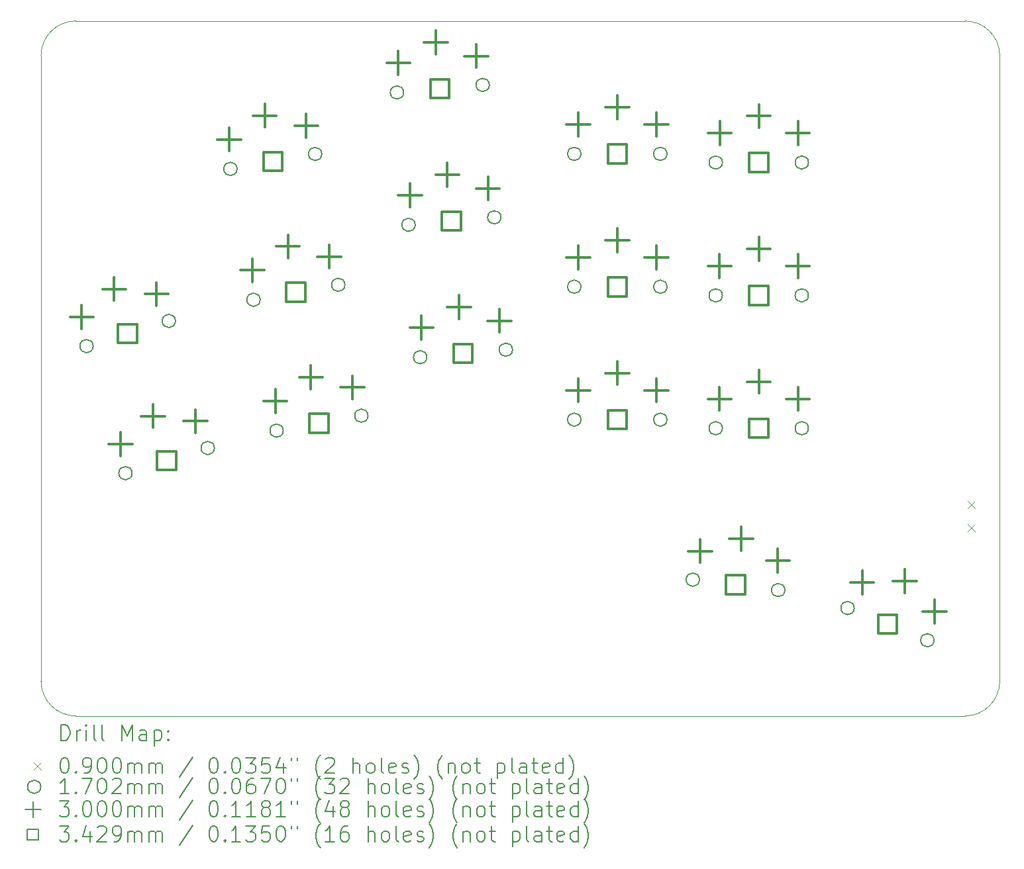
<source format=gbr>
%FSLAX45Y45*%
G04 Gerber Fmt 4.5, Leading zero omitted, Abs format (unit mm)*
G04 Created by KiCad (PCBNEW (6.0.4)) date 2022-06-17 23:19:35*
%MOMM*%
%LPD*%
G01*
G04 APERTURE LIST*
%TA.AperFunction,Profile*%
%ADD10C,0.050000*%
%TD*%
%ADD11C,0.200000*%
%ADD12C,0.090000*%
%ADD13C,0.170180*%
%ADD14C,0.300000*%
%ADD15C,0.342900*%
G04 APERTURE END LIST*
D10*
X16431618Y3825490D02*
X16431979Y11826325D01*
X4176475Y3825325D02*
G75*
G03*
X4620979Y3380825I444505J5D01*
G01*
X16431975Y11826325D02*
G75*
G03*
X15987479Y12270825I-444495J5D01*
G01*
X4620979Y3380825D02*
X15987118Y3380990D01*
X4176115Y11826612D02*
X4176479Y3825325D01*
X15987479Y12270825D02*
X4620615Y12271112D01*
X4620615Y12271112D02*
G75*
G03*
X4176115Y11826612I0J-444500D01*
G01*
X15987118Y3380991D02*
G75*
G03*
X16431618Y3825490I2J444499D01*
G01*
D11*
D12*
X16022979Y6130225D02*
X16112979Y6040225D01*
X16112979Y6130225D02*
X16022979Y6040225D01*
X16022979Y5830225D02*
X16112979Y5740225D01*
X16112979Y5830225D02*
X16022979Y5740225D01*
D13*
X4843348Y8112192D02*
G75*
G03*
X4843348Y8112192I-85090J0D01*
G01*
X5340380Y6486474D02*
G75*
G03*
X5340380Y6486474I-85090J0D01*
G01*
X5895283Y8433801D02*
G75*
G03*
X5895283Y8433801I-85090J0D01*
G01*
X6392315Y6808083D02*
G75*
G03*
X6392315Y6808083I-85090J0D01*
G01*
X6682157Y10379000D02*
G75*
G03*
X6682157Y10379000I-85090J0D01*
G01*
X6977359Y8704827D02*
G75*
G03*
X6977359Y8704827I-85090J0D01*
G01*
X7272560Y7030654D02*
G75*
G03*
X7272560Y7030654I-85090J0D01*
G01*
X7765445Y10570013D02*
G75*
G03*
X7765445Y10570013I-85090J0D01*
G01*
X8060647Y8895840D02*
G75*
G03*
X8060647Y8895840I-85090J0D01*
G01*
X8355849Y7221667D02*
G75*
G03*
X8355849Y7221667I-85090J0D01*
G01*
X8811183Y11357012D02*
G75*
G03*
X8811183Y11357012I-85090J0D01*
G01*
X8959347Y9663481D02*
G75*
G03*
X8959347Y9663481I-85090J0D01*
G01*
X9107512Y7969950D02*
G75*
G03*
X9107512Y7969950I-85090J0D01*
G01*
X9906997Y11452883D02*
G75*
G03*
X9906997Y11452883I-85090J0D01*
G01*
X10055161Y9759352D02*
G75*
G03*
X10055161Y9759352I-85090J0D01*
G01*
X10203326Y8065821D02*
G75*
G03*
X10203326Y8065821I-85090J0D01*
G01*
X11077569Y10571225D02*
G75*
G03*
X11077569Y10571225I-85090J0D01*
G01*
X11077569Y8871225D02*
G75*
G03*
X11077569Y8871225I-85090J0D01*
G01*
X11077569Y7171225D02*
G75*
G03*
X11077569Y7171225I-85090J0D01*
G01*
X12177569Y10571225D02*
G75*
G03*
X12177569Y10571225I-85090J0D01*
G01*
X12177569Y8871225D02*
G75*
G03*
X12177569Y8871225I-85090J0D01*
G01*
X12177569Y7171225D02*
G75*
G03*
X12177569Y7171225I-85090J0D01*
G01*
X12592537Y5124699D02*
G75*
G03*
X12592537Y5124699I-85090J0D01*
G01*
X12885669Y8761149D02*
G75*
G03*
X12885669Y8761149I-85090J0D01*
G01*
X12885669Y7061149D02*
G75*
G03*
X12885669Y7061149I-85090J0D01*
G01*
X12886413Y10460899D02*
G75*
G03*
X12886413Y10460899I-85090J0D01*
G01*
X13684338Y4990643D02*
G75*
G03*
X13684338Y4990643I-85090J0D01*
G01*
X13985669Y8761149D02*
G75*
G03*
X13985669Y8761149I-85090J0D01*
G01*
X13985669Y7061149D02*
G75*
G03*
X13985669Y7061149I-85090J0D01*
G01*
X13986413Y10460899D02*
G75*
G03*
X13986413Y10460899I-85090J0D01*
G01*
X14571070Y4761318D02*
G75*
G03*
X14571070Y4761318I-85090J0D01*
G01*
X15590972Y4349251D02*
G75*
G03*
X15590972Y4349251I-85090J0D01*
G01*
D14*
X4696434Y8635425D02*
X4696434Y8335425D01*
X4546434Y8485425D02*
X4846434Y8485425D01*
X5110265Y8991998D02*
X5110265Y8691998D01*
X4960265Y8841998D02*
X5260265Y8841998D01*
X5193466Y7009706D02*
X5193466Y6709706D01*
X5043466Y6859706D02*
X5343466Y6859706D01*
X5607297Y7366279D02*
X5607297Y7066279D01*
X5457297Y7216279D02*
X5757297Y7216279D01*
X5652739Y8927796D02*
X5652739Y8627796D01*
X5502739Y8777796D02*
X5802739Y8777796D01*
X6149771Y7302078D02*
X6149771Y7002078D01*
X5999771Y7152078D02*
X6299771Y7152078D01*
X6581189Y10906985D02*
X6581189Y10606985D01*
X6431189Y10756985D02*
X6731189Y10756985D01*
X6876391Y9232812D02*
X6876391Y8932812D01*
X6726391Y9082812D02*
X7026391Y9082812D01*
X7035390Y11210467D02*
X7035390Y10910467D01*
X6885390Y11060467D02*
X7185390Y11060467D01*
X7171593Y7558639D02*
X7171593Y7258639D01*
X7021593Y7408639D02*
X7321593Y7408639D01*
X7330592Y9536294D02*
X7330592Y9236294D01*
X7180592Y9386294D02*
X7480592Y9386294D01*
X7565997Y11080634D02*
X7565997Y10780634D01*
X7415997Y10930634D02*
X7715997Y10930634D01*
X7625794Y7862121D02*
X7625794Y7562121D01*
X7475794Y7712121D02*
X7775794Y7712121D01*
X7861199Y9406460D02*
X7861199Y9106460D01*
X7711199Y9256460D02*
X8011199Y9256460D01*
X8156401Y7732287D02*
X8156401Y7432287D01*
X8006401Y7582287D02*
X8306401Y7582287D01*
X8743219Y11884943D02*
X8743219Y11584943D01*
X8593219Y11734943D02*
X8893219Y11734943D01*
X8891384Y10191412D02*
X8891384Y9891412D01*
X8741384Y10041412D02*
X9041384Y10041412D01*
X9039548Y8497881D02*
X9039548Y8197881D01*
X8889548Y8347881D02*
X9189548Y8347881D01*
X9222142Y12147683D02*
X9222142Y11847683D01*
X9072142Y11997683D02*
X9372142Y11997683D01*
X9370307Y10454153D02*
X9370307Y10154153D01*
X9220307Y10304153D02*
X9520307Y10304153D01*
X9518471Y8760622D02*
X9518471Y8460622D01*
X9368471Y8610622D02*
X9668471Y8610622D01*
X9739414Y11972098D02*
X9739414Y11672098D01*
X9589414Y11822098D02*
X9889414Y11822098D01*
X9887578Y10278568D02*
X9887578Y9978568D01*
X9737578Y10128568D02*
X10037578Y10128568D01*
X10035743Y8585037D02*
X10035743Y8285036D01*
X9885743Y8435037D02*
X10185743Y8435037D01*
X11042479Y11096225D02*
X11042479Y10796225D01*
X10892479Y10946225D02*
X11192479Y10946225D01*
X11042479Y9396225D02*
X11042479Y9096225D01*
X10892479Y9246225D02*
X11192479Y9246225D01*
X11042479Y7696225D02*
X11042479Y7396225D01*
X10892479Y7546225D02*
X11192479Y7546225D01*
X11542479Y11316225D02*
X11542479Y11016225D01*
X11392479Y11166225D02*
X11692479Y11166225D01*
X11542479Y9616225D02*
X11542479Y9316225D01*
X11392479Y9466225D02*
X11692479Y9466225D01*
X11542479Y7916225D02*
X11542479Y7616225D01*
X11392479Y7766225D02*
X11692479Y7766225D01*
X12042479Y11096225D02*
X12042479Y10796225D01*
X11892479Y10946225D02*
X12192479Y10946225D01*
X12042479Y9396225D02*
X12042479Y9096225D01*
X11892479Y9246225D02*
X12192479Y9246225D01*
X12042479Y7696225D02*
X12042479Y7396225D01*
X11892479Y7546225D02*
X12192479Y7546225D01*
X12602776Y5640810D02*
X12602776Y5340810D01*
X12452776Y5490810D02*
X12752776Y5490810D01*
X12850579Y9286149D02*
X12850579Y8986149D01*
X12700579Y9136149D02*
X13000579Y9136149D01*
X12850579Y7586149D02*
X12850579Y7286149D01*
X12700579Y7436149D02*
X13000579Y7436149D01*
X12851323Y10985899D02*
X12851323Y10685899D01*
X12701323Y10835899D02*
X13001323Y10835899D01*
X13125860Y5798236D02*
X13125860Y5498236D01*
X12975860Y5648236D02*
X13275860Y5648236D01*
X13350579Y9506149D02*
X13350579Y9206149D01*
X13200579Y9356149D02*
X13500579Y9356149D01*
X13350579Y7806149D02*
X13350579Y7506149D01*
X13200579Y7656149D02*
X13500579Y7656149D01*
X13351323Y11205899D02*
X13351323Y10905899D01*
X13201323Y11055899D02*
X13501323Y11055899D01*
X13595322Y5518941D02*
X13595322Y5218941D01*
X13445322Y5368941D02*
X13745322Y5368941D01*
X13850579Y9286149D02*
X13850579Y8986149D01*
X13700579Y9136149D02*
X14000579Y9136149D01*
X13850579Y7586149D02*
X13850579Y7286149D01*
X13700579Y7436149D02*
X14000579Y7436149D01*
X13851323Y10985899D02*
X13851323Y10685899D01*
X13701323Y10835899D02*
X14001323Y10835899D01*
X14672817Y5240282D02*
X14672817Y4940282D01*
X14522817Y5090282D02*
X14822817Y5090282D01*
X15218822Y5256959D02*
X15218822Y4956959D01*
X15068822Y5106959D02*
X15368822Y5106959D01*
X15600001Y4865675D02*
X15600001Y4565675D01*
X15450001Y4715675D02*
X15750001Y4715675D01*
D15*
X5405461Y8151762D02*
X5405461Y8394231D01*
X5162991Y8394231D01*
X5162991Y8151762D01*
X5405461Y8151762D01*
X5902492Y6526044D02*
X5902492Y6768513D01*
X5660023Y6768513D01*
X5660023Y6526044D01*
X5902492Y6526044D01*
X7259946Y10353272D02*
X7259946Y10595741D01*
X7017476Y10595741D01*
X7017476Y10353272D01*
X7259946Y10353272D01*
X7555147Y8679099D02*
X7555147Y8921568D01*
X7312678Y8921568D01*
X7312678Y8679099D01*
X7555147Y8679099D01*
X7850349Y7004926D02*
X7850349Y7247395D01*
X7607880Y7247395D01*
X7607880Y7004926D01*
X7850349Y7004926D01*
X9395234Y11283713D02*
X9395234Y11526182D01*
X9152765Y11526182D01*
X9152765Y11283713D01*
X9395234Y11283713D01*
X9543399Y9590182D02*
X9543399Y9832651D01*
X9300930Y9832651D01*
X9300930Y9590182D01*
X9543399Y9590182D01*
X9691564Y7896651D02*
X9691564Y8139120D01*
X9449095Y8139120D01*
X9449095Y7896651D01*
X9691564Y7896651D01*
X11663714Y10449991D02*
X11663714Y10692460D01*
X11421244Y10692460D01*
X11421244Y10449991D01*
X11663714Y10449991D01*
X11663714Y8749991D02*
X11663714Y8992460D01*
X11421244Y8992460D01*
X11421244Y8749991D01*
X11663714Y8749991D01*
X11663714Y7049991D02*
X11663714Y7292460D01*
X11421244Y7292460D01*
X11421244Y7049991D01*
X11663714Y7049991D01*
X13174582Y4936436D02*
X13174582Y5178906D01*
X12932113Y5178906D01*
X12932113Y4936436D01*
X13174582Y4936436D01*
X13471814Y8639915D02*
X13471814Y8882384D01*
X13229344Y8882384D01*
X13229344Y8639915D01*
X13471814Y8639915D01*
X13471814Y6939914D02*
X13471814Y7182384D01*
X13229344Y7182384D01*
X13229344Y6939914D01*
X13471814Y6939914D01*
X13472557Y10339664D02*
X13472557Y10582133D01*
X13230088Y10582133D01*
X13230088Y10339664D01*
X13472557Y10339664D01*
X15117166Y4434050D02*
X15117166Y4676519D01*
X14874697Y4676519D01*
X14874697Y4434050D01*
X15117166Y4434050D01*
D11*
X4431234Y3067849D02*
X4431234Y3267849D01*
X4478853Y3267849D01*
X4507424Y3258325D01*
X4526472Y3239278D01*
X4535996Y3220230D01*
X4545520Y3182135D01*
X4545520Y3153563D01*
X4535996Y3115468D01*
X4526472Y3096421D01*
X4507424Y3077373D01*
X4478853Y3067849D01*
X4431234Y3067849D01*
X4631234Y3067849D02*
X4631234Y3201182D01*
X4631234Y3163087D02*
X4640758Y3182135D01*
X4650282Y3191659D01*
X4669329Y3201182D01*
X4688377Y3201182D01*
X4755043Y3067849D02*
X4755043Y3201182D01*
X4755043Y3267849D02*
X4745520Y3258325D01*
X4755043Y3248801D01*
X4764567Y3258325D01*
X4755043Y3267849D01*
X4755043Y3248801D01*
X4878853Y3067849D02*
X4859805Y3077373D01*
X4850282Y3096421D01*
X4850282Y3267849D01*
X4983615Y3067849D02*
X4964567Y3077373D01*
X4955043Y3096421D01*
X4955043Y3267849D01*
X5212186Y3067849D02*
X5212186Y3267849D01*
X5278853Y3124992D01*
X5345520Y3267849D01*
X5345520Y3067849D01*
X5526472Y3067849D02*
X5526472Y3172611D01*
X5516948Y3191659D01*
X5497901Y3201182D01*
X5459805Y3201182D01*
X5440758Y3191659D01*
X5526472Y3077373D02*
X5507424Y3067849D01*
X5459805Y3067849D01*
X5440758Y3077373D01*
X5431234Y3096421D01*
X5431234Y3115468D01*
X5440758Y3134516D01*
X5459805Y3144040D01*
X5507424Y3144040D01*
X5526472Y3153563D01*
X5621710Y3201182D02*
X5621710Y3001182D01*
X5621710Y3191659D02*
X5640758Y3201182D01*
X5678853Y3201182D01*
X5697901Y3191659D01*
X5707424Y3182135D01*
X5716948Y3163087D01*
X5716948Y3105944D01*
X5707424Y3086897D01*
X5697901Y3077373D01*
X5678853Y3067849D01*
X5640758Y3067849D01*
X5621710Y3077373D01*
X5802662Y3086897D02*
X5812186Y3077373D01*
X5802662Y3067849D01*
X5793139Y3077373D01*
X5802662Y3086897D01*
X5802662Y3067849D01*
X5802662Y3191659D02*
X5812186Y3182135D01*
X5802662Y3172611D01*
X5793139Y3182135D01*
X5802662Y3191659D01*
X5802662Y3172611D01*
D12*
X4083615Y2783325D02*
X4173615Y2693325D01*
X4173615Y2783325D02*
X4083615Y2693325D01*
D11*
X4469329Y2847849D02*
X4488377Y2847849D01*
X4507424Y2838325D01*
X4516948Y2828801D01*
X4526472Y2809754D01*
X4535996Y2771659D01*
X4535996Y2724040D01*
X4526472Y2685944D01*
X4516948Y2666897D01*
X4507424Y2657373D01*
X4488377Y2647849D01*
X4469329Y2647849D01*
X4450282Y2657373D01*
X4440758Y2666897D01*
X4431234Y2685944D01*
X4421710Y2724040D01*
X4421710Y2771659D01*
X4431234Y2809754D01*
X4440758Y2828801D01*
X4450282Y2838325D01*
X4469329Y2847849D01*
X4621710Y2666897D02*
X4631234Y2657373D01*
X4621710Y2647849D01*
X4612186Y2657373D01*
X4621710Y2666897D01*
X4621710Y2647849D01*
X4726472Y2647849D02*
X4764567Y2647849D01*
X4783615Y2657373D01*
X4793139Y2666897D01*
X4812186Y2695468D01*
X4821710Y2733563D01*
X4821710Y2809754D01*
X4812186Y2828801D01*
X4802663Y2838325D01*
X4783615Y2847849D01*
X4745520Y2847849D01*
X4726472Y2838325D01*
X4716948Y2828801D01*
X4707424Y2809754D01*
X4707424Y2762135D01*
X4716948Y2743087D01*
X4726472Y2733563D01*
X4745520Y2724040D01*
X4783615Y2724040D01*
X4802663Y2733563D01*
X4812186Y2743087D01*
X4821710Y2762135D01*
X4945520Y2847849D02*
X4964567Y2847849D01*
X4983615Y2838325D01*
X4993139Y2828801D01*
X5002663Y2809754D01*
X5012186Y2771659D01*
X5012186Y2724040D01*
X5002663Y2685944D01*
X4993139Y2666897D01*
X4983615Y2657373D01*
X4964567Y2647849D01*
X4945520Y2647849D01*
X4926472Y2657373D01*
X4916948Y2666897D01*
X4907424Y2685944D01*
X4897901Y2724040D01*
X4897901Y2771659D01*
X4907424Y2809754D01*
X4916948Y2828801D01*
X4926472Y2838325D01*
X4945520Y2847849D01*
X5135996Y2847849D02*
X5155043Y2847849D01*
X5174091Y2838325D01*
X5183615Y2828801D01*
X5193139Y2809754D01*
X5202663Y2771659D01*
X5202663Y2724040D01*
X5193139Y2685944D01*
X5183615Y2666897D01*
X5174091Y2657373D01*
X5155043Y2647849D01*
X5135996Y2647849D01*
X5116948Y2657373D01*
X5107424Y2666897D01*
X5097901Y2685944D01*
X5088377Y2724040D01*
X5088377Y2771659D01*
X5097901Y2809754D01*
X5107424Y2828801D01*
X5116948Y2838325D01*
X5135996Y2847849D01*
X5288377Y2647849D02*
X5288377Y2781183D01*
X5288377Y2762135D02*
X5297901Y2771659D01*
X5316948Y2781183D01*
X5345520Y2781183D01*
X5364567Y2771659D01*
X5374091Y2752611D01*
X5374091Y2647849D01*
X5374091Y2752611D02*
X5383615Y2771659D01*
X5402663Y2781183D01*
X5431234Y2781183D01*
X5450282Y2771659D01*
X5459805Y2752611D01*
X5459805Y2647849D01*
X5555043Y2647849D02*
X5555043Y2781183D01*
X5555043Y2762135D02*
X5564567Y2771659D01*
X5583615Y2781183D01*
X5612186Y2781183D01*
X5631234Y2771659D01*
X5640758Y2752611D01*
X5640758Y2647849D01*
X5640758Y2752611D02*
X5650281Y2771659D01*
X5669329Y2781183D01*
X5697901Y2781183D01*
X5716948Y2771659D01*
X5726472Y2752611D01*
X5726472Y2647849D01*
X6116948Y2857373D02*
X5945520Y2600230D01*
X6374091Y2847849D02*
X6393139Y2847849D01*
X6412186Y2838325D01*
X6421710Y2828801D01*
X6431234Y2809754D01*
X6440758Y2771659D01*
X6440758Y2724040D01*
X6431234Y2685944D01*
X6421710Y2666897D01*
X6412186Y2657373D01*
X6393139Y2647849D01*
X6374091Y2647849D01*
X6355043Y2657373D01*
X6345520Y2666897D01*
X6335996Y2685944D01*
X6326472Y2724040D01*
X6326472Y2771659D01*
X6335996Y2809754D01*
X6345520Y2828801D01*
X6355043Y2838325D01*
X6374091Y2847849D01*
X6526472Y2666897D02*
X6535996Y2657373D01*
X6526472Y2647849D01*
X6516948Y2657373D01*
X6526472Y2666897D01*
X6526472Y2647849D01*
X6659805Y2847849D02*
X6678853Y2847849D01*
X6697901Y2838325D01*
X6707424Y2828801D01*
X6716948Y2809754D01*
X6726472Y2771659D01*
X6726472Y2724040D01*
X6716948Y2685944D01*
X6707424Y2666897D01*
X6697901Y2657373D01*
X6678853Y2647849D01*
X6659805Y2647849D01*
X6640758Y2657373D01*
X6631234Y2666897D01*
X6621710Y2685944D01*
X6612186Y2724040D01*
X6612186Y2771659D01*
X6621710Y2809754D01*
X6631234Y2828801D01*
X6640758Y2838325D01*
X6659805Y2847849D01*
X6793139Y2847849D02*
X6916948Y2847849D01*
X6850281Y2771659D01*
X6878853Y2771659D01*
X6897901Y2762135D01*
X6907424Y2752611D01*
X6916948Y2733563D01*
X6916948Y2685944D01*
X6907424Y2666897D01*
X6897901Y2657373D01*
X6878853Y2647849D01*
X6821710Y2647849D01*
X6802662Y2657373D01*
X6793139Y2666897D01*
X7097901Y2847849D02*
X7002662Y2847849D01*
X6993139Y2752611D01*
X7002662Y2762135D01*
X7021710Y2771659D01*
X7069329Y2771659D01*
X7088377Y2762135D01*
X7097901Y2752611D01*
X7107424Y2733563D01*
X7107424Y2685944D01*
X7097901Y2666897D01*
X7088377Y2657373D01*
X7069329Y2647849D01*
X7021710Y2647849D01*
X7002662Y2657373D01*
X6993139Y2666897D01*
X7278853Y2781183D02*
X7278853Y2647849D01*
X7231234Y2857373D02*
X7183615Y2714516D01*
X7307424Y2714516D01*
X7374091Y2847849D02*
X7374091Y2809754D01*
X7450281Y2847849D02*
X7450281Y2809754D01*
X7745520Y2571659D02*
X7735996Y2581183D01*
X7716948Y2609754D01*
X7707424Y2628802D01*
X7697901Y2657373D01*
X7688377Y2704992D01*
X7688377Y2743087D01*
X7697901Y2790706D01*
X7707424Y2819278D01*
X7716948Y2838325D01*
X7735996Y2866897D01*
X7745520Y2876421D01*
X7812186Y2828801D02*
X7821710Y2838325D01*
X7840758Y2847849D01*
X7888377Y2847849D01*
X7907424Y2838325D01*
X7916948Y2828801D01*
X7926472Y2809754D01*
X7926472Y2790706D01*
X7916948Y2762135D01*
X7802662Y2647849D01*
X7926472Y2647849D01*
X8164567Y2647849D02*
X8164567Y2847849D01*
X8250281Y2647849D02*
X8250281Y2752611D01*
X8240758Y2771659D01*
X8221710Y2781183D01*
X8193139Y2781183D01*
X8174091Y2771659D01*
X8164567Y2762135D01*
X8374091Y2647849D02*
X8355043Y2657373D01*
X8345520Y2666897D01*
X8335996Y2685944D01*
X8335996Y2743087D01*
X8345520Y2762135D01*
X8355043Y2771659D01*
X8374091Y2781183D01*
X8402663Y2781183D01*
X8421710Y2771659D01*
X8431234Y2762135D01*
X8440758Y2743087D01*
X8440758Y2685944D01*
X8431234Y2666897D01*
X8421710Y2657373D01*
X8402663Y2647849D01*
X8374091Y2647849D01*
X8555043Y2647849D02*
X8535996Y2657373D01*
X8526472Y2676421D01*
X8526472Y2847849D01*
X8707424Y2657373D02*
X8688377Y2647849D01*
X8650282Y2647849D01*
X8631234Y2657373D01*
X8621710Y2676421D01*
X8621710Y2752611D01*
X8631234Y2771659D01*
X8650282Y2781183D01*
X8688377Y2781183D01*
X8707424Y2771659D01*
X8716948Y2752611D01*
X8716948Y2733563D01*
X8621710Y2714516D01*
X8793139Y2657373D02*
X8812186Y2647849D01*
X8850282Y2647849D01*
X8869329Y2657373D01*
X8878853Y2676421D01*
X8878853Y2685944D01*
X8869329Y2704992D01*
X8850282Y2714516D01*
X8821710Y2714516D01*
X8802663Y2724040D01*
X8793139Y2743087D01*
X8793139Y2752611D01*
X8802663Y2771659D01*
X8821710Y2781183D01*
X8850282Y2781183D01*
X8869329Y2771659D01*
X8945520Y2571659D02*
X8955043Y2581183D01*
X8974091Y2609754D01*
X8983615Y2628802D01*
X8993139Y2657373D01*
X9002663Y2704992D01*
X9002663Y2743087D01*
X8993139Y2790706D01*
X8983615Y2819278D01*
X8974091Y2838325D01*
X8955043Y2866897D01*
X8945520Y2876421D01*
X9307424Y2571659D02*
X9297901Y2581183D01*
X9278853Y2609754D01*
X9269329Y2628802D01*
X9259805Y2657373D01*
X9250282Y2704992D01*
X9250282Y2743087D01*
X9259805Y2790706D01*
X9269329Y2819278D01*
X9278853Y2838325D01*
X9297901Y2866897D01*
X9307424Y2876421D01*
X9383615Y2781183D02*
X9383615Y2647849D01*
X9383615Y2762135D02*
X9393139Y2771659D01*
X9412186Y2781183D01*
X9440758Y2781183D01*
X9459805Y2771659D01*
X9469329Y2752611D01*
X9469329Y2647849D01*
X9593139Y2647849D02*
X9574091Y2657373D01*
X9564567Y2666897D01*
X9555043Y2685944D01*
X9555043Y2743087D01*
X9564567Y2762135D01*
X9574091Y2771659D01*
X9593139Y2781183D01*
X9621710Y2781183D01*
X9640758Y2771659D01*
X9650282Y2762135D01*
X9659805Y2743087D01*
X9659805Y2685944D01*
X9650282Y2666897D01*
X9640758Y2657373D01*
X9621710Y2647849D01*
X9593139Y2647849D01*
X9716948Y2781183D02*
X9793139Y2781183D01*
X9745520Y2847849D02*
X9745520Y2676421D01*
X9755043Y2657373D01*
X9774091Y2647849D01*
X9793139Y2647849D01*
X10012186Y2781183D02*
X10012186Y2581183D01*
X10012186Y2771659D02*
X10031234Y2781183D01*
X10069329Y2781183D01*
X10088377Y2771659D01*
X10097901Y2762135D01*
X10107424Y2743087D01*
X10107424Y2685944D01*
X10097901Y2666897D01*
X10088377Y2657373D01*
X10069329Y2647849D01*
X10031234Y2647849D01*
X10012186Y2657373D01*
X10221710Y2647849D02*
X10202663Y2657373D01*
X10193139Y2676421D01*
X10193139Y2847849D01*
X10383615Y2647849D02*
X10383615Y2752611D01*
X10374091Y2771659D01*
X10355043Y2781183D01*
X10316948Y2781183D01*
X10297901Y2771659D01*
X10383615Y2657373D02*
X10364567Y2647849D01*
X10316948Y2647849D01*
X10297901Y2657373D01*
X10288377Y2676421D01*
X10288377Y2695468D01*
X10297901Y2714516D01*
X10316948Y2724040D01*
X10364567Y2724040D01*
X10383615Y2733563D01*
X10450282Y2781183D02*
X10526472Y2781183D01*
X10478853Y2847849D02*
X10478853Y2676421D01*
X10488377Y2657373D01*
X10507424Y2647849D01*
X10526472Y2647849D01*
X10669329Y2657373D02*
X10650282Y2647849D01*
X10612186Y2647849D01*
X10593139Y2657373D01*
X10583615Y2676421D01*
X10583615Y2752611D01*
X10593139Y2771659D01*
X10612186Y2781183D01*
X10650282Y2781183D01*
X10669329Y2771659D01*
X10678853Y2752611D01*
X10678853Y2733563D01*
X10583615Y2714516D01*
X10850282Y2647849D02*
X10850282Y2847849D01*
X10850282Y2657373D02*
X10831234Y2647849D01*
X10793139Y2647849D01*
X10774091Y2657373D01*
X10764567Y2666897D01*
X10755043Y2685944D01*
X10755043Y2743087D01*
X10764567Y2762135D01*
X10774091Y2771659D01*
X10793139Y2781183D01*
X10831234Y2781183D01*
X10850282Y2771659D01*
X10926472Y2571659D02*
X10935996Y2581183D01*
X10955043Y2609754D01*
X10964567Y2628802D01*
X10974091Y2657373D01*
X10983615Y2704992D01*
X10983615Y2743087D01*
X10974091Y2790706D01*
X10964567Y2819278D01*
X10955043Y2838325D01*
X10935996Y2866897D01*
X10926472Y2876421D01*
D13*
X4173615Y2474325D02*
G75*
G03*
X4173615Y2474325I-85090J0D01*
G01*
D11*
X4535996Y2383849D02*
X4421710Y2383849D01*
X4478853Y2383849D02*
X4478853Y2583849D01*
X4459805Y2555278D01*
X4440758Y2536230D01*
X4421710Y2526706D01*
X4621710Y2402897D02*
X4631234Y2393373D01*
X4621710Y2383849D01*
X4612186Y2393373D01*
X4621710Y2402897D01*
X4621710Y2383849D01*
X4697901Y2583849D02*
X4831234Y2583849D01*
X4745520Y2383849D01*
X4945520Y2583849D02*
X4964567Y2583849D01*
X4983615Y2574325D01*
X4993139Y2564802D01*
X5002663Y2545754D01*
X5012186Y2507659D01*
X5012186Y2460040D01*
X5002663Y2421944D01*
X4993139Y2402897D01*
X4983615Y2393373D01*
X4964567Y2383849D01*
X4945520Y2383849D01*
X4926472Y2393373D01*
X4916948Y2402897D01*
X4907424Y2421944D01*
X4897901Y2460040D01*
X4897901Y2507659D01*
X4907424Y2545754D01*
X4916948Y2564802D01*
X4926472Y2574325D01*
X4945520Y2583849D01*
X5088377Y2564802D02*
X5097901Y2574325D01*
X5116948Y2583849D01*
X5164567Y2583849D01*
X5183615Y2574325D01*
X5193139Y2564802D01*
X5202663Y2545754D01*
X5202663Y2526706D01*
X5193139Y2498135D01*
X5078853Y2383849D01*
X5202663Y2383849D01*
X5288377Y2383849D02*
X5288377Y2517183D01*
X5288377Y2498135D02*
X5297901Y2507659D01*
X5316948Y2517183D01*
X5345520Y2517183D01*
X5364567Y2507659D01*
X5374091Y2488611D01*
X5374091Y2383849D01*
X5374091Y2488611D02*
X5383615Y2507659D01*
X5402663Y2517183D01*
X5431234Y2517183D01*
X5450282Y2507659D01*
X5459805Y2488611D01*
X5459805Y2383849D01*
X5555043Y2383849D02*
X5555043Y2517183D01*
X5555043Y2498135D02*
X5564567Y2507659D01*
X5583615Y2517183D01*
X5612186Y2517183D01*
X5631234Y2507659D01*
X5640758Y2488611D01*
X5640758Y2383849D01*
X5640758Y2488611D02*
X5650281Y2507659D01*
X5669329Y2517183D01*
X5697901Y2517183D01*
X5716948Y2507659D01*
X5726472Y2488611D01*
X5726472Y2383849D01*
X6116948Y2593373D02*
X5945520Y2336230D01*
X6374091Y2583849D02*
X6393139Y2583849D01*
X6412186Y2574325D01*
X6421710Y2564802D01*
X6431234Y2545754D01*
X6440758Y2507659D01*
X6440758Y2460040D01*
X6431234Y2421944D01*
X6421710Y2402897D01*
X6412186Y2393373D01*
X6393139Y2383849D01*
X6374091Y2383849D01*
X6355043Y2393373D01*
X6345520Y2402897D01*
X6335996Y2421944D01*
X6326472Y2460040D01*
X6326472Y2507659D01*
X6335996Y2545754D01*
X6345520Y2564802D01*
X6355043Y2574325D01*
X6374091Y2583849D01*
X6526472Y2402897D02*
X6535996Y2393373D01*
X6526472Y2383849D01*
X6516948Y2393373D01*
X6526472Y2402897D01*
X6526472Y2383849D01*
X6659805Y2583849D02*
X6678853Y2583849D01*
X6697901Y2574325D01*
X6707424Y2564802D01*
X6716948Y2545754D01*
X6726472Y2507659D01*
X6726472Y2460040D01*
X6716948Y2421944D01*
X6707424Y2402897D01*
X6697901Y2393373D01*
X6678853Y2383849D01*
X6659805Y2383849D01*
X6640758Y2393373D01*
X6631234Y2402897D01*
X6621710Y2421944D01*
X6612186Y2460040D01*
X6612186Y2507659D01*
X6621710Y2545754D01*
X6631234Y2564802D01*
X6640758Y2574325D01*
X6659805Y2583849D01*
X6897901Y2583849D02*
X6859805Y2583849D01*
X6840758Y2574325D01*
X6831234Y2564802D01*
X6812186Y2536230D01*
X6802662Y2498135D01*
X6802662Y2421944D01*
X6812186Y2402897D01*
X6821710Y2393373D01*
X6840758Y2383849D01*
X6878853Y2383849D01*
X6897901Y2393373D01*
X6907424Y2402897D01*
X6916948Y2421944D01*
X6916948Y2469563D01*
X6907424Y2488611D01*
X6897901Y2498135D01*
X6878853Y2507659D01*
X6840758Y2507659D01*
X6821710Y2498135D01*
X6812186Y2488611D01*
X6802662Y2469563D01*
X6983615Y2583849D02*
X7116948Y2583849D01*
X7031234Y2383849D01*
X7231234Y2583849D02*
X7250281Y2583849D01*
X7269329Y2574325D01*
X7278853Y2564802D01*
X7288377Y2545754D01*
X7297901Y2507659D01*
X7297901Y2460040D01*
X7288377Y2421944D01*
X7278853Y2402897D01*
X7269329Y2393373D01*
X7250281Y2383849D01*
X7231234Y2383849D01*
X7212186Y2393373D01*
X7202662Y2402897D01*
X7193139Y2421944D01*
X7183615Y2460040D01*
X7183615Y2507659D01*
X7193139Y2545754D01*
X7202662Y2564802D01*
X7212186Y2574325D01*
X7231234Y2583849D01*
X7374091Y2583849D02*
X7374091Y2545754D01*
X7450281Y2583849D02*
X7450281Y2545754D01*
X7745520Y2307659D02*
X7735996Y2317183D01*
X7716948Y2345754D01*
X7707424Y2364802D01*
X7697901Y2393373D01*
X7688377Y2440992D01*
X7688377Y2479087D01*
X7697901Y2526706D01*
X7707424Y2555278D01*
X7716948Y2574325D01*
X7735996Y2602897D01*
X7745520Y2612421D01*
X7802662Y2583849D02*
X7926472Y2583849D01*
X7859805Y2507659D01*
X7888377Y2507659D01*
X7907424Y2498135D01*
X7916948Y2488611D01*
X7926472Y2469563D01*
X7926472Y2421944D01*
X7916948Y2402897D01*
X7907424Y2393373D01*
X7888377Y2383849D01*
X7831234Y2383849D01*
X7812186Y2393373D01*
X7802662Y2402897D01*
X8002662Y2564802D02*
X8012186Y2574325D01*
X8031234Y2583849D01*
X8078853Y2583849D01*
X8097901Y2574325D01*
X8107424Y2564802D01*
X8116948Y2545754D01*
X8116948Y2526706D01*
X8107424Y2498135D01*
X7993139Y2383849D01*
X8116948Y2383849D01*
X8355043Y2383849D02*
X8355043Y2583849D01*
X8440758Y2383849D02*
X8440758Y2488611D01*
X8431234Y2507659D01*
X8412186Y2517183D01*
X8383615Y2517183D01*
X8364567Y2507659D01*
X8355043Y2498135D01*
X8564567Y2383849D02*
X8545520Y2393373D01*
X8535996Y2402897D01*
X8526472Y2421944D01*
X8526472Y2479087D01*
X8535996Y2498135D01*
X8545520Y2507659D01*
X8564567Y2517183D01*
X8593139Y2517183D01*
X8612186Y2507659D01*
X8621710Y2498135D01*
X8631234Y2479087D01*
X8631234Y2421944D01*
X8621710Y2402897D01*
X8612186Y2393373D01*
X8593139Y2383849D01*
X8564567Y2383849D01*
X8745520Y2383849D02*
X8726472Y2393373D01*
X8716948Y2412421D01*
X8716948Y2583849D01*
X8897901Y2393373D02*
X8878853Y2383849D01*
X8840758Y2383849D01*
X8821710Y2393373D01*
X8812186Y2412421D01*
X8812186Y2488611D01*
X8821710Y2507659D01*
X8840758Y2517183D01*
X8878853Y2517183D01*
X8897901Y2507659D01*
X8907424Y2488611D01*
X8907424Y2469563D01*
X8812186Y2450516D01*
X8983615Y2393373D02*
X9002663Y2383849D01*
X9040758Y2383849D01*
X9059805Y2393373D01*
X9069329Y2412421D01*
X9069329Y2421944D01*
X9059805Y2440992D01*
X9040758Y2450516D01*
X9012186Y2450516D01*
X8993139Y2460040D01*
X8983615Y2479087D01*
X8983615Y2488611D01*
X8993139Y2507659D01*
X9012186Y2517183D01*
X9040758Y2517183D01*
X9059805Y2507659D01*
X9135996Y2307659D02*
X9145520Y2317183D01*
X9164567Y2345754D01*
X9174091Y2364802D01*
X9183615Y2393373D01*
X9193139Y2440992D01*
X9193139Y2479087D01*
X9183615Y2526706D01*
X9174091Y2555278D01*
X9164567Y2574325D01*
X9145520Y2602897D01*
X9135996Y2612421D01*
X9497901Y2307659D02*
X9488377Y2317183D01*
X9469329Y2345754D01*
X9459805Y2364802D01*
X9450282Y2393373D01*
X9440758Y2440992D01*
X9440758Y2479087D01*
X9450282Y2526706D01*
X9459805Y2555278D01*
X9469329Y2574325D01*
X9488377Y2602897D01*
X9497901Y2612421D01*
X9574091Y2517183D02*
X9574091Y2383849D01*
X9574091Y2498135D02*
X9583615Y2507659D01*
X9602663Y2517183D01*
X9631234Y2517183D01*
X9650282Y2507659D01*
X9659805Y2488611D01*
X9659805Y2383849D01*
X9783615Y2383849D02*
X9764567Y2393373D01*
X9755043Y2402897D01*
X9745520Y2421944D01*
X9745520Y2479087D01*
X9755043Y2498135D01*
X9764567Y2507659D01*
X9783615Y2517183D01*
X9812186Y2517183D01*
X9831234Y2507659D01*
X9840758Y2498135D01*
X9850282Y2479087D01*
X9850282Y2421944D01*
X9840758Y2402897D01*
X9831234Y2393373D01*
X9812186Y2383849D01*
X9783615Y2383849D01*
X9907424Y2517183D02*
X9983615Y2517183D01*
X9935996Y2583849D02*
X9935996Y2412421D01*
X9945520Y2393373D01*
X9964567Y2383849D01*
X9983615Y2383849D01*
X10202663Y2517183D02*
X10202663Y2317183D01*
X10202663Y2507659D02*
X10221710Y2517183D01*
X10259805Y2517183D01*
X10278853Y2507659D01*
X10288377Y2498135D01*
X10297901Y2479087D01*
X10297901Y2421944D01*
X10288377Y2402897D01*
X10278853Y2393373D01*
X10259805Y2383849D01*
X10221710Y2383849D01*
X10202663Y2393373D01*
X10412186Y2383849D02*
X10393139Y2393373D01*
X10383615Y2412421D01*
X10383615Y2583849D01*
X10574091Y2383849D02*
X10574091Y2488611D01*
X10564567Y2507659D01*
X10545520Y2517183D01*
X10507424Y2517183D01*
X10488377Y2507659D01*
X10574091Y2393373D02*
X10555043Y2383849D01*
X10507424Y2383849D01*
X10488377Y2393373D01*
X10478853Y2412421D01*
X10478853Y2431468D01*
X10488377Y2450516D01*
X10507424Y2460040D01*
X10555043Y2460040D01*
X10574091Y2469563D01*
X10640758Y2517183D02*
X10716948Y2517183D01*
X10669329Y2583849D02*
X10669329Y2412421D01*
X10678853Y2393373D01*
X10697901Y2383849D01*
X10716948Y2383849D01*
X10859805Y2393373D02*
X10840758Y2383849D01*
X10802663Y2383849D01*
X10783615Y2393373D01*
X10774091Y2412421D01*
X10774091Y2488611D01*
X10783615Y2507659D01*
X10802663Y2517183D01*
X10840758Y2517183D01*
X10859805Y2507659D01*
X10869329Y2488611D01*
X10869329Y2469563D01*
X10774091Y2450516D01*
X11040758Y2383849D02*
X11040758Y2583849D01*
X11040758Y2393373D02*
X11021710Y2383849D01*
X10983615Y2383849D01*
X10964567Y2393373D01*
X10955043Y2402897D01*
X10945520Y2421944D01*
X10945520Y2479087D01*
X10955043Y2498135D01*
X10964567Y2507659D01*
X10983615Y2517183D01*
X11021710Y2517183D01*
X11040758Y2507659D01*
X11116948Y2307659D02*
X11126472Y2317183D01*
X11145520Y2345754D01*
X11155043Y2364802D01*
X11164567Y2393373D01*
X11174091Y2440992D01*
X11174091Y2479087D01*
X11164567Y2526706D01*
X11155043Y2555278D01*
X11145520Y2574325D01*
X11126472Y2602897D01*
X11116948Y2612421D01*
X4073615Y2284145D02*
X4073615Y2084145D01*
X3973615Y2184145D02*
X4173615Y2184145D01*
X4412186Y2293669D02*
X4535996Y2293669D01*
X4469329Y2217479D01*
X4497901Y2217479D01*
X4516948Y2207955D01*
X4526472Y2198431D01*
X4535996Y2179383D01*
X4535996Y2131764D01*
X4526472Y2112717D01*
X4516948Y2103193D01*
X4497901Y2093669D01*
X4440758Y2093669D01*
X4421710Y2103193D01*
X4412186Y2112717D01*
X4621710Y2112717D02*
X4631234Y2103193D01*
X4621710Y2093669D01*
X4612186Y2103193D01*
X4621710Y2112717D01*
X4621710Y2093669D01*
X4755043Y2293669D02*
X4774091Y2293669D01*
X4793139Y2284145D01*
X4802663Y2274622D01*
X4812186Y2255574D01*
X4821710Y2217479D01*
X4821710Y2169860D01*
X4812186Y2131764D01*
X4802663Y2112717D01*
X4793139Y2103193D01*
X4774091Y2093669D01*
X4755043Y2093669D01*
X4735996Y2103193D01*
X4726472Y2112717D01*
X4716948Y2131764D01*
X4707424Y2169860D01*
X4707424Y2217479D01*
X4716948Y2255574D01*
X4726472Y2274622D01*
X4735996Y2284145D01*
X4755043Y2293669D01*
X4945520Y2293669D02*
X4964567Y2293669D01*
X4983615Y2284145D01*
X4993139Y2274622D01*
X5002663Y2255574D01*
X5012186Y2217479D01*
X5012186Y2169860D01*
X5002663Y2131764D01*
X4993139Y2112717D01*
X4983615Y2103193D01*
X4964567Y2093669D01*
X4945520Y2093669D01*
X4926472Y2103193D01*
X4916948Y2112717D01*
X4907424Y2131764D01*
X4897901Y2169860D01*
X4897901Y2217479D01*
X4907424Y2255574D01*
X4916948Y2274622D01*
X4926472Y2284145D01*
X4945520Y2293669D01*
X5135996Y2293669D02*
X5155043Y2293669D01*
X5174091Y2284145D01*
X5183615Y2274622D01*
X5193139Y2255574D01*
X5202663Y2217479D01*
X5202663Y2169860D01*
X5193139Y2131764D01*
X5183615Y2112717D01*
X5174091Y2103193D01*
X5155043Y2093669D01*
X5135996Y2093669D01*
X5116948Y2103193D01*
X5107424Y2112717D01*
X5097901Y2131764D01*
X5088377Y2169860D01*
X5088377Y2217479D01*
X5097901Y2255574D01*
X5107424Y2274622D01*
X5116948Y2284145D01*
X5135996Y2293669D01*
X5288377Y2093669D02*
X5288377Y2227003D01*
X5288377Y2207955D02*
X5297901Y2217479D01*
X5316948Y2227003D01*
X5345520Y2227003D01*
X5364567Y2217479D01*
X5374091Y2198431D01*
X5374091Y2093669D01*
X5374091Y2198431D02*
X5383615Y2217479D01*
X5402663Y2227003D01*
X5431234Y2227003D01*
X5450282Y2217479D01*
X5459805Y2198431D01*
X5459805Y2093669D01*
X5555043Y2093669D02*
X5555043Y2227003D01*
X5555043Y2207955D02*
X5564567Y2217479D01*
X5583615Y2227003D01*
X5612186Y2227003D01*
X5631234Y2217479D01*
X5640758Y2198431D01*
X5640758Y2093669D01*
X5640758Y2198431D02*
X5650281Y2217479D01*
X5669329Y2227003D01*
X5697901Y2227003D01*
X5716948Y2217479D01*
X5726472Y2198431D01*
X5726472Y2093669D01*
X6116948Y2303193D02*
X5945520Y2046050D01*
X6374091Y2293669D02*
X6393139Y2293669D01*
X6412186Y2284145D01*
X6421710Y2274622D01*
X6431234Y2255574D01*
X6440758Y2217479D01*
X6440758Y2169860D01*
X6431234Y2131764D01*
X6421710Y2112717D01*
X6412186Y2103193D01*
X6393139Y2093669D01*
X6374091Y2093669D01*
X6355043Y2103193D01*
X6345520Y2112717D01*
X6335996Y2131764D01*
X6326472Y2169860D01*
X6326472Y2217479D01*
X6335996Y2255574D01*
X6345520Y2274622D01*
X6355043Y2284145D01*
X6374091Y2293669D01*
X6526472Y2112717D02*
X6535996Y2103193D01*
X6526472Y2093669D01*
X6516948Y2103193D01*
X6526472Y2112717D01*
X6526472Y2093669D01*
X6726472Y2093669D02*
X6612186Y2093669D01*
X6669329Y2093669D02*
X6669329Y2293669D01*
X6650281Y2265098D01*
X6631234Y2246050D01*
X6612186Y2236526D01*
X6916948Y2093669D02*
X6802662Y2093669D01*
X6859805Y2093669D02*
X6859805Y2293669D01*
X6840758Y2265098D01*
X6821710Y2246050D01*
X6802662Y2236526D01*
X7031234Y2207955D02*
X7012186Y2217479D01*
X7002662Y2227003D01*
X6993139Y2246050D01*
X6993139Y2255574D01*
X7002662Y2274622D01*
X7012186Y2284145D01*
X7031234Y2293669D01*
X7069329Y2293669D01*
X7088377Y2284145D01*
X7097901Y2274622D01*
X7107424Y2255574D01*
X7107424Y2246050D01*
X7097901Y2227003D01*
X7088377Y2217479D01*
X7069329Y2207955D01*
X7031234Y2207955D01*
X7012186Y2198431D01*
X7002662Y2188907D01*
X6993139Y2169860D01*
X6993139Y2131764D01*
X7002662Y2112717D01*
X7012186Y2103193D01*
X7031234Y2093669D01*
X7069329Y2093669D01*
X7088377Y2103193D01*
X7097901Y2112717D01*
X7107424Y2131764D01*
X7107424Y2169860D01*
X7097901Y2188907D01*
X7088377Y2198431D01*
X7069329Y2207955D01*
X7297901Y2093669D02*
X7183615Y2093669D01*
X7240758Y2093669D02*
X7240758Y2293669D01*
X7221710Y2265098D01*
X7202662Y2246050D01*
X7183615Y2236526D01*
X7374091Y2293669D02*
X7374091Y2255574D01*
X7450281Y2293669D02*
X7450281Y2255574D01*
X7745520Y2017479D02*
X7735996Y2027002D01*
X7716948Y2055574D01*
X7707424Y2074621D01*
X7697901Y2103193D01*
X7688377Y2150812D01*
X7688377Y2188907D01*
X7697901Y2236526D01*
X7707424Y2265098D01*
X7716948Y2284145D01*
X7735996Y2312717D01*
X7745520Y2322241D01*
X7907424Y2227003D02*
X7907424Y2093669D01*
X7859805Y2303193D02*
X7812186Y2160336D01*
X7935996Y2160336D01*
X8040758Y2207955D02*
X8021710Y2217479D01*
X8012186Y2227003D01*
X8002662Y2246050D01*
X8002662Y2255574D01*
X8012186Y2274622D01*
X8021710Y2284145D01*
X8040758Y2293669D01*
X8078853Y2293669D01*
X8097901Y2284145D01*
X8107424Y2274622D01*
X8116948Y2255574D01*
X8116948Y2246050D01*
X8107424Y2227003D01*
X8097901Y2217479D01*
X8078853Y2207955D01*
X8040758Y2207955D01*
X8021710Y2198431D01*
X8012186Y2188907D01*
X8002662Y2169860D01*
X8002662Y2131764D01*
X8012186Y2112717D01*
X8021710Y2103193D01*
X8040758Y2093669D01*
X8078853Y2093669D01*
X8097901Y2103193D01*
X8107424Y2112717D01*
X8116948Y2131764D01*
X8116948Y2169860D01*
X8107424Y2188907D01*
X8097901Y2198431D01*
X8078853Y2207955D01*
X8355043Y2093669D02*
X8355043Y2293669D01*
X8440758Y2093669D02*
X8440758Y2198431D01*
X8431234Y2217479D01*
X8412186Y2227003D01*
X8383615Y2227003D01*
X8364567Y2217479D01*
X8355043Y2207955D01*
X8564567Y2093669D02*
X8545520Y2103193D01*
X8535996Y2112717D01*
X8526472Y2131764D01*
X8526472Y2188907D01*
X8535996Y2207955D01*
X8545520Y2217479D01*
X8564567Y2227003D01*
X8593139Y2227003D01*
X8612186Y2217479D01*
X8621710Y2207955D01*
X8631234Y2188907D01*
X8631234Y2131764D01*
X8621710Y2112717D01*
X8612186Y2103193D01*
X8593139Y2093669D01*
X8564567Y2093669D01*
X8745520Y2093669D02*
X8726472Y2103193D01*
X8716948Y2122241D01*
X8716948Y2293669D01*
X8897901Y2103193D02*
X8878853Y2093669D01*
X8840758Y2093669D01*
X8821710Y2103193D01*
X8812186Y2122241D01*
X8812186Y2198431D01*
X8821710Y2217479D01*
X8840758Y2227003D01*
X8878853Y2227003D01*
X8897901Y2217479D01*
X8907424Y2198431D01*
X8907424Y2179383D01*
X8812186Y2160336D01*
X8983615Y2103193D02*
X9002663Y2093669D01*
X9040758Y2093669D01*
X9059805Y2103193D01*
X9069329Y2122241D01*
X9069329Y2131764D01*
X9059805Y2150812D01*
X9040758Y2160336D01*
X9012186Y2160336D01*
X8993139Y2169860D01*
X8983615Y2188907D01*
X8983615Y2198431D01*
X8993139Y2217479D01*
X9012186Y2227003D01*
X9040758Y2227003D01*
X9059805Y2217479D01*
X9135996Y2017479D02*
X9145520Y2027002D01*
X9164567Y2055574D01*
X9174091Y2074621D01*
X9183615Y2103193D01*
X9193139Y2150812D01*
X9193139Y2188907D01*
X9183615Y2236526D01*
X9174091Y2265098D01*
X9164567Y2284145D01*
X9145520Y2312717D01*
X9135996Y2322241D01*
X9497901Y2017479D02*
X9488377Y2027002D01*
X9469329Y2055574D01*
X9459805Y2074621D01*
X9450282Y2103193D01*
X9440758Y2150812D01*
X9440758Y2188907D01*
X9450282Y2236526D01*
X9459805Y2265098D01*
X9469329Y2284145D01*
X9488377Y2312717D01*
X9497901Y2322241D01*
X9574091Y2227003D02*
X9574091Y2093669D01*
X9574091Y2207955D02*
X9583615Y2217479D01*
X9602663Y2227003D01*
X9631234Y2227003D01*
X9650282Y2217479D01*
X9659805Y2198431D01*
X9659805Y2093669D01*
X9783615Y2093669D02*
X9764567Y2103193D01*
X9755043Y2112717D01*
X9745520Y2131764D01*
X9745520Y2188907D01*
X9755043Y2207955D01*
X9764567Y2217479D01*
X9783615Y2227003D01*
X9812186Y2227003D01*
X9831234Y2217479D01*
X9840758Y2207955D01*
X9850282Y2188907D01*
X9850282Y2131764D01*
X9840758Y2112717D01*
X9831234Y2103193D01*
X9812186Y2093669D01*
X9783615Y2093669D01*
X9907424Y2227003D02*
X9983615Y2227003D01*
X9935996Y2293669D02*
X9935996Y2122241D01*
X9945520Y2103193D01*
X9964567Y2093669D01*
X9983615Y2093669D01*
X10202663Y2227003D02*
X10202663Y2027002D01*
X10202663Y2217479D02*
X10221710Y2227003D01*
X10259805Y2227003D01*
X10278853Y2217479D01*
X10288377Y2207955D01*
X10297901Y2188907D01*
X10297901Y2131764D01*
X10288377Y2112717D01*
X10278853Y2103193D01*
X10259805Y2093669D01*
X10221710Y2093669D01*
X10202663Y2103193D01*
X10412186Y2093669D02*
X10393139Y2103193D01*
X10383615Y2122241D01*
X10383615Y2293669D01*
X10574091Y2093669D02*
X10574091Y2198431D01*
X10564567Y2217479D01*
X10545520Y2227003D01*
X10507424Y2227003D01*
X10488377Y2217479D01*
X10574091Y2103193D02*
X10555043Y2093669D01*
X10507424Y2093669D01*
X10488377Y2103193D01*
X10478853Y2122241D01*
X10478853Y2141288D01*
X10488377Y2160336D01*
X10507424Y2169860D01*
X10555043Y2169860D01*
X10574091Y2179383D01*
X10640758Y2227003D02*
X10716948Y2227003D01*
X10669329Y2293669D02*
X10669329Y2122241D01*
X10678853Y2103193D01*
X10697901Y2093669D01*
X10716948Y2093669D01*
X10859805Y2103193D02*
X10840758Y2093669D01*
X10802663Y2093669D01*
X10783615Y2103193D01*
X10774091Y2122241D01*
X10774091Y2198431D01*
X10783615Y2217479D01*
X10802663Y2227003D01*
X10840758Y2227003D01*
X10859805Y2217479D01*
X10869329Y2198431D01*
X10869329Y2179383D01*
X10774091Y2160336D01*
X11040758Y2093669D02*
X11040758Y2293669D01*
X11040758Y2103193D02*
X11021710Y2093669D01*
X10983615Y2093669D01*
X10964567Y2103193D01*
X10955043Y2112717D01*
X10945520Y2131764D01*
X10945520Y2188907D01*
X10955043Y2207955D01*
X10964567Y2217479D01*
X10983615Y2227003D01*
X11021710Y2227003D01*
X11040758Y2217479D01*
X11116948Y2017479D02*
X11126472Y2027002D01*
X11145520Y2055574D01*
X11155043Y2074621D01*
X11164567Y2103193D01*
X11174091Y2150812D01*
X11174091Y2188907D01*
X11164567Y2236526D01*
X11155043Y2265098D01*
X11145520Y2284145D01*
X11126472Y2312717D01*
X11116948Y2322241D01*
X4144326Y1793434D02*
X4144326Y1934857D01*
X4002903Y1934857D01*
X4002903Y1793434D01*
X4144326Y1793434D01*
X4412186Y1973669D02*
X4535996Y1973669D01*
X4469329Y1897479D01*
X4497901Y1897479D01*
X4516948Y1887955D01*
X4526472Y1878431D01*
X4535996Y1859383D01*
X4535996Y1811764D01*
X4526472Y1792717D01*
X4516948Y1783193D01*
X4497901Y1773669D01*
X4440758Y1773669D01*
X4421710Y1783193D01*
X4412186Y1792717D01*
X4621710Y1792717D02*
X4631234Y1783193D01*
X4621710Y1773669D01*
X4612186Y1783193D01*
X4621710Y1792717D01*
X4621710Y1773669D01*
X4802663Y1907002D02*
X4802663Y1773669D01*
X4755043Y1983193D02*
X4707424Y1840336D01*
X4831234Y1840336D01*
X4897901Y1954621D02*
X4907424Y1964145D01*
X4926472Y1973669D01*
X4974091Y1973669D01*
X4993139Y1964145D01*
X5002663Y1954621D01*
X5012186Y1935574D01*
X5012186Y1916526D01*
X5002663Y1887955D01*
X4888377Y1773669D01*
X5012186Y1773669D01*
X5107424Y1773669D02*
X5145520Y1773669D01*
X5164567Y1783193D01*
X5174091Y1792717D01*
X5193139Y1821288D01*
X5202663Y1859383D01*
X5202663Y1935574D01*
X5193139Y1954621D01*
X5183615Y1964145D01*
X5164567Y1973669D01*
X5126472Y1973669D01*
X5107424Y1964145D01*
X5097901Y1954621D01*
X5088377Y1935574D01*
X5088377Y1887955D01*
X5097901Y1868907D01*
X5107424Y1859383D01*
X5126472Y1849860D01*
X5164567Y1849860D01*
X5183615Y1859383D01*
X5193139Y1868907D01*
X5202663Y1887955D01*
X5288377Y1773669D02*
X5288377Y1907002D01*
X5288377Y1887955D02*
X5297901Y1897479D01*
X5316948Y1907002D01*
X5345520Y1907002D01*
X5364567Y1897479D01*
X5374091Y1878431D01*
X5374091Y1773669D01*
X5374091Y1878431D02*
X5383615Y1897479D01*
X5402663Y1907002D01*
X5431234Y1907002D01*
X5450282Y1897479D01*
X5459805Y1878431D01*
X5459805Y1773669D01*
X5555043Y1773669D02*
X5555043Y1907002D01*
X5555043Y1887955D02*
X5564567Y1897479D01*
X5583615Y1907002D01*
X5612186Y1907002D01*
X5631234Y1897479D01*
X5640758Y1878431D01*
X5640758Y1773669D01*
X5640758Y1878431D02*
X5650281Y1897479D01*
X5669329Y1907002D01*
X5697901Y1907002D01*
X5716948Y1897479D01*
X5726472Y1878431D01*
X5726472Y1773669D01*
X6116948Y1983193D02*
X5945520Y1726050D01*
X6374091Y1973669D02*
X6393139Y1973669D01*
X6412186Y1964145D01*
X6421710Y1954621D01*
X6431234Y1935574D01*
X6440758Y1897479D01*
X6440758Y1849860D01*
X6431234Y1811764D01*
X6421710Y1792717D01*
X6412186Y1783193D01*
X6393139Y1773669D01*
X6374091Y1773669D01*
X6355043Y1783193D01*
X6345520Y1792717D01*
X6335996Y1811764D01*
X6326472Y1849860D01*
X6326472Y1897479D01*
X6335996Y1935574D01*
X6345520Y1954621D01*
X6355043Y1964145D01*
X6374091Y1973669D01*
X6526472Y1792717D02*
X6535996Y1783193D01*
X6526472Y1773669D01*
X6516948Y1783193D01*
X6526472Y1792717D01*
X6526472Y1773669D01*
X6726472Y1773669D02*
X6612186Y1773669D01*
X6669329Y1773669D02*
X6669329Y1973669D01*
X6650281Y1945098D01*
X6631234Y1926050D01*
X6612186Y1916526D01*
X6793139Y1973669D02*
X6916948Y1973669D01*
X6850281Y1897479D01*
X6878853Y1897479D01*
X6897901Y1887955D01*
X6907424Y1878431D01*
X6916948Y1859383D01*
X6916948Y1811764D01*
X6907424Y1792717D01*
X6897901Y1783193D01*
X6878853Y1773669D01*
X6821710Y1773669D01*
X6802662Y1783193D01*
X6793139Y1792717D01*
X7097901Y1973669D02*
X7002662Y1973669D01*
X6993139Y1878431D01*
X7002662Y1887955D01*
X7021710Y1897479D01*
X7069329Y1897479D01*
X7088377Y1887955D01*
X7097901Y1878431D01*
X7107424Y1859383D01*
X7107424Y1811764D01*
X7097901Y1792717D01*
X7088377Y1783193D01*
X7069329Y1773669D01*
X7021710Y1773669D01*
X7002662Y1783193D01*
X6993139Y1792717D01*
X7231234Y1973669D02*
X7250281Y1973669D01*
X7269329Y1964145D01*
X7278853Y1954621D01*
X7288377Y1935574D01*
X7297901Y1897479D01*
X7297901Y1849860D01*
X7288377Y1811764D01*
X7278853Y1792717D01*
X7269329Y1783193D01*
X7250281Y1773669D01*
X7231234Y1773669D01*
X7212186Y1783193D01*
X7202662Y1792717D01*
X7193139Y1811764D01*
X7183615Y1849860D01*
X7183615Y1897479D01*
X7193139Y1935574D01*
X7202662Y1954621D01*
X7212186Y1964145D01*
X7231234Y1973669D01*
X7374091Y1973669D02*
X7374091Y1935574D01*
X7450281Y1973669D02*
X7450281Y1935574D01*
X7745520Y1697479D02*
X7735996Y1707002D01*
X7716948Y1735574D01*
X7707424Y1754621D01*
X7697901Y1783193D01*
X7688377Y1830812D01*
X7688377Y1868907D01*
X7697901Y1916526D01*
X7707424Y1945098D01*
X7716948Y1964145D01*
X7735996Y1992717D01*
X7745520Y2002241D01*
X7926472Y1773669D02*
X7812186Y1773669D01*
X7869329Y1773669D02*
X7869329Y1973669D01*
X7850281Y1945098D01*
X7831234Y1926050D01*
X7812186Y1916526D01*
X8097901Y1973669D02*
X8059805Y1973669D01*
X8040758Y1964145D01*
X8031234Y1954621D01*
X8012186Y1926050D01*
X8002662Y1887955D01*
X8002662Y1811764D01*
X8012186Y1792717D01*
X8021710Y1783193D01*
X8040758Y1773669D01*
X8078853Y1773669D01*
X8097901Y1783193D01*
X8107424Y1792717D01*
X8116948Y1811764D01*
X8116948Y1859383D01*
X8107424Y1878431D01*
X8097901Y1887955D01*
X8078853Y1897479D01*
X8040758Y1897479D01*
X8021710Y1887955D01*
X8012186Y1878431D01*
X8002662Y1859383D01*
X8355043Y1773669D02*
X8355043Y1973669D01*
X8440758Y1773669D02*
X8440758Y1878431D01*
X8431234Y1897479D01*
X8412186Y1907002D01*
X8383615Y1907002D01*
X8364567Y1897479D01*
X8355043Y1887955D01*
X8564567Y1773669D02*
X8545520Y1783193D01*
X8535996Y1792717D01*
X8526472Y1811764D01*
X8526472Y1868907D01*
X8535996Y1887955D01*
X8545520Y1897479D01*
X8564567Y1907002D01*
X8593139Y1907002D01*
X8612186Y1897479D01*
X8621710Y1887955D01*
X8631234Y1868907D01*
X8631234Y1811764D01*
X8621710Y1792717D01*
X8612186Y1783193D01*
X8593139Y1773669D01*
X8564567Y1773669D01*
X8745520Y1773669D02*
X8726472Y1783193D01*
X8716948Y1802241D01*
X8716948Y1973669D01*
X8897901Y1783193D02*
X8878853Y1773669D01*
X8840758Y1773669D01*
X8821710Y1783193D01*
X8812186Y1802241D01*
X8812186Y1878431D01*
X8821710Y1897479D01*
X8840758Y1907002D01*
X8878853Y1907002D01*
X8897901Y1897479D01*
X8907424Y1878431D01*
X8907424Y1859383D01*
X8812186Y1840336D01*
X8983615Y1783193D02*
X9002663Y1773669D01*
X9040758Y1773669D01*
X9059805Y1783193D01*
X9069329Y1802241D01*
X9069329Y1811764D01*
X9059805Y1830812D01*
X9040758Y1840336D01*
X9012186Y1840336D01*
X8993139Y1849860D01*
X8983615Y1868907D01*
X8983615Y1878431D01*
X8993139Y1897479D01*
X9012186Y1907002D01*
X9040758Y1907002D01*
X9059805Y1897479D01*
X9135996Y1697479D02*
X9145520Y1707002D01*
X9164567Y1735574D01*
X9174091Y1754621D01*
X9183615Y1783193D01*
X9193139Y1830812D01*
X9193139Y1868907D01*
X9183615Y1916526D01*
X9174091Y1945098D01*
X9164567Y1964145D01*
X9145520Y1992717D01*
X9135996Y2002241D01*
X9497901Y1697479D02*
X9488377Y1707002D01*
X9469329Y1735574D01*
X9459805Y1754621D01*
X9450282Y1783193D01*
X9440758Y1830812D01*
X9440758Y1868907D01*
X9450282Y1916526D01*
X9459805Y1945098D01*
X9469329Y1964145D01*
X9488377Y1992717D01*
X9497901Y2002241D01*
X9574091Y1907002D02*
X9574091Y1773669D01*
X9574091Y1887955D02*
X9583615Y1897479D01*
X9602663Y1907002D01*
X9631234Y1907002D01*
X9650282Y1897479D01*
X9659805Y1878431D01*
X9659805Y1773669D01*
X9783615Y1773669D02*
X9764567Y1783193D01*
X9755043Y1792717D01*
X9745520Y1811764D01*
X9745520Y1868907D01*
X9755043Y1887955D01*
X9764567Y1897479D01*
X9783615Y1907002D01*
X9812186Y1907002D01*
X9831234Y1897479D01*
X9840758Y1887955D01*
X9850282Y1868907D01*
X9850282Y1811764D01*
X9840758Y1792717D01*
X9831234Y1783193D01*
X9812186Y1773669D01*
X9783615Y1773669D01*
X9907424Y1907002D02*
X9983615Y1907002D01*
X9935996Y1973669D02*
X9935996Y1802241D01*
X9945520Y1783193D01*
X9964567Y1773669D01*
X9983615Y1773669D01*
X10202663Y1907002D02*
X10202663Y1707002D01*
X10202663Y1897479D02*
X10221710Y1907002D01*
X10259805Y1907002D01*
X10278853Y1897479D01*
X10288377Y1887955D01*
X10297901Y1868907D01*
X10297901Y1811764D01*
X10288377Y1792717D01*
X10278853Y1783193D01*
X10259805Y1773669D01*
X10221710Y1773669D01*
X10202663Y1783193D01*
X10412186Y1773669D02*
X10393139Y1783193D01*
X10383615Y1802241D01*
X10383615Y1973669D01*
X10574091Y1773669D02*
X10574091Y1878431D01*
X10564567Y1897479D01*
X10545520Y1907002D01*
X10507424Y1907002D01*
X10488377Y1897479D01*
X10574091Y1783193D02*
X10555043Y1773669D01*
X10507424Y1773669D01*
X10488377Y1783193D01*
X10478853Y1802241D01*
X10478853Y1821288D01*
X10488377Y1840336D01*
X10507424Y1849860D01*
X10555043Y1849860D01*
X10574091Y1859383D01*
X10640758Y1907002D02*
X10716948Y1907002D01*
X10669329Y1973669D02*
X10669329Y1802241D01*
X10678853Y1783193D01*
X10697901Y1773669D01*
X10716948Y1773669D01*
X10859805Y1783193D02*
X10840758Y1773669D01*
X10802663Y1773669D01*
X10783615Y1783193D01*
X10774091Y1802241D01*
X10774091Y1878431D01*
X10783615Y1897479D01*
X10802663Y1907002D01*
X10840758Y1907002D01*
X10859805Y1897479D01*
X10869329Y1878431D01*
X10869329Y1859383D01*
X10774091Y1840336D01*
X11040758Y1773669D02*
X11040758Y1973669D01*
X11040758Y1783193D02*
X11021710Y1773669D01*
X10983615Y1773669D01*
X10964567Y1783193D01*
X10955043Y1792717D01*
X10945520Y1811764D01*
X10945520Y1868907D01*
X10955043Y1887955D01*
X10964567Y1897479D01*
X10983615Y1907002D01*
X11021710Y1907002D01*
X11040758Y1897479D01*
X11116948Y1697479D02*
X11126472Y1707002D01*
X11145520Y1735574D01*
X11155043Y1754621D01*
X11164567Y1783193D01*
X11174091Y1830812D01*
X11174091Y1868907D01*
X11164567Y1916526D01*
X11155043Y1945098D01*
X11145520Y1964145D01*
X11126472Y1992717D01*
X11116948Y2002241D01*
M02*

</source>
